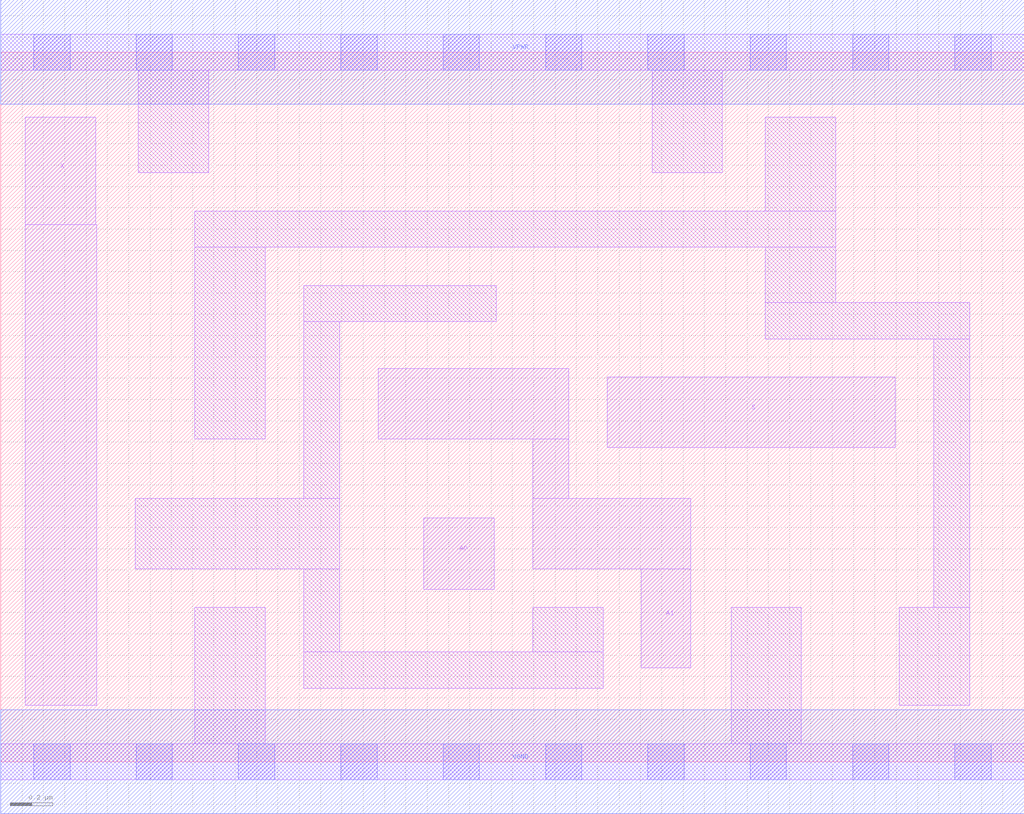
<source format=lef>
# Copyright 2020 The SkyWater PDK Authors
#
# Licensed under the Apache License, Version 2.0 (the "License");
# you may not use this file except in compliance with the License.
# You may obtain a copy of the License at
#
#     https://www.apache.org/licenses/LICENSE-2.0
#
# Unless required by applicable law or agreed to in writing, software
# distributed under the License is distributed on an "AS IS" BASIS,
# WITHOUT WARRANTIES OR CONDITIONS OF ANY KIND, either express or implied.
# See the License for the specific language governing permissions and
# limitations under the License.
#
# SPDX-License-Identifier: Apache-2.0

VERSION 5.7 ;
  NAMESCASESENSITIVE ON ;
  NOWIREEXTENSIONATPIN ON ;
  DIVIDERCHAR "/" ;
  BUSBITCHARS "[]" ;
UNITS
  DATABASE MICRONS 200 ;
END UNITS
MACRO sky130_fd_sc_lp__mux2_lp2
  CLASS CORE ;
  SOURCE USER ;
  FOREIGN sky130_fd_sc_lp__mux2_lp2 ;
  ORIGIN  0.000000  0.000000 ;
  SIZE  4.800000 BY  3.330000 ;
  SYMMETRY X Y R90 ;
  SITE unit ;
  PIN A0
    ANTENNAGATEAREA  0.313000 ;
    DIRECTION INPUT ;
    USE SIGNAL ;
    PORT
      LAYER li1 ;
        RECT 1.985000 0.810000 2.315000 1.145000 ;
    END
  END A0
  PIN A1
    ANTENNAGATEAREA  0.313000 ;
    DIRECTION INPUT ;
    USE SIGNAL ;
    PORT
      LAYER li1 ;
        RECT 1.770000 1.515000 2.665000 1.845000 ;
        RECT 2.495000 0.905000 3.235000 1.235000 ;
        RECT 2.495000 1.235000 2.665000 1.515000 ;
        RECT 3.005000 0.440000 3.235000 0.905000 ;
    END
  END A1
  PIN S
    ANTENNAGATEAREA  0.689000 ;
    DIRECTION INPUT ;
    USE SIGNAL ;
    PORT
      LAYER li1 ;
        RECT 2.845000 1.475000 4.195000 1.805000 ;
    END
  END S
  PIN X
    ANTENNADIFFAREA  0.404700 ;
    DIRECTION OUTPUT ;
    USE SIGNAL ;
    PORT
      LAYER li1 ;
        RECT 0.115000 0.265000 0.450000 2.520000 ;
        RECT 0.115000 2.520000 0.445000 3.025000 ;
    END
  END X
  PIN VGND
    DIRECTION INOUT ;
    USE GROUND ;
    PORT
      LAYER met1 ;
        RECT 0.000000 -0.245000 4.800000 0.245000 ;
    END
  END VGND
  PIN VPWR
    DIRECTION INOUT ;
    USE POWER ;
    PORT
      LAYER met1 ;
        RECT 0.000000 3.085000 4.800000 3.575000 ;
    END
  END VPWR
  OBS
    LAYER li1 ;
      RECT 0.000000 -0.085000 4.800000 0.085000 ;
      RECT 0.000000  3.245000 4.800000 3.415000 ;
      RECT 0.630000  0.905000 1.590000 1.235000 ;
      RECT 0.645000  2.765000 0.975000 3.245000 ;
      RECT 0.910000  0.085000 1.240000 0.725000 ;
      RECT 0.910000  1.515000 1.240000 2.415000 ;
      RECT 0.910000  2.415000 3.915000 2.585000 ;
      RECT 1.420000  0.345000 2.825000 0.515000 ;
      RECT 1.420000  0.515000 1.590000 0.905000 ;
      RECT 1.420000  1.235000 1.590000 2.065000 ;
      RECT 1.420000  2.065000 2.325000 2.235000 ;
      RECT 2.495000  0.515000 2.825000 0.725000 ;
      RECT 3.055000  2.765000 3.385000 3.245000 ;
      RECT 3.425000  0.085000 3.755000 0.725000 ;
      RECT 3.585000  1.985000 4.545000 2.155000 ;
      RECT 3.585000  2.155000 3.915000 2.415000 ;
      RECT 3.585000  2.585000 3.915000 3.025000 ;
      RECT 4.215000  0.265000 4.545000 0.725000 ;
      RECT 4.375000  0.725000 4.545000 1.985000 ;
    LAYER mcon ;
      RECT 0.155000 -0.085000 0.325000 0.085000 ;
      RECT 0.155000  3.245000 0.325000 3.415000 ;
      RECT 0.635000 -0.085000 0.805000 0.085000 ;
      RECT 0.635000  3.245000 0.805000 3.415000 ;
      RECT 1.115000 -0.085000 1.285000 0.085000 ;
      RECT 1.115000  3.245000 1.285000 3.415000 ;
      RECT 1.595000 -0.085000 1.765000 0.085000 ;
      RECT 1.595000  3.245000 1.765000 3.415000 ;
      RECT 2.075000 -0.085000 2.245000 0.085000 ;
      RECT 2.075000  3.245000 2.245000 3.415000 ;
      RECT 2.555000 -0.085000 2.725000 0.085000 ;
      RECT 2.555000  3.245000 2.725000 3.415000 ;
      RECT 3.035000 -0.085000 3.205000 0.085000 ;
      RECT 3.035000  3.245000 3.205000 3.415000 ;
      RECT 3.515000 -0.085000 3.685000 0.085000 ;
      RECT 3.515000  3.245000 3.685000 3.415000 ;
      RECT 3.995000 -0.085000 4.165000 0.085000 ;
      RECT 3.995000  3.245000 4.165000 3.415000 ;
      RECT 4.475000 -0.085000 4.645000 0.085000 ;
      RECT 4.475000  3.245000 4.645000 3.415000 ;
  END
END sky130_fd_sc_lp__mux2_lp2
END LIBRARY

</source>
